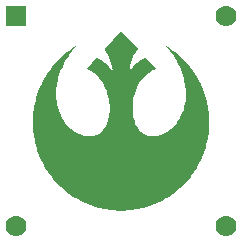
<source format=gbr>
G04 #@! TF.FileFunction,Soldermask,Top*
%FSLAX46Y46*%
G04 Gerber Fmt 4.6, Leading zero omitted, Abs format (unit mm)*
G04 Created by KiCad (PCBNEW 4.0.7-e2-6376~61~ubuntu18.04.1) date Fri Aug 17 14:47:14 2018*
%MOMM*%
%LPD*%
G01*
G04 APERTURE LIST*
%ADD10C,0.100000*%
%ADD11R,1.778000X1.778000*%
%ADD12C,1.778000*%
G04 APERTURE END LIST*
D10*
G36*
X148486085Y-97373602D02*
X147097667Y-98914821D01*
X147248788Y-99151898D01*
X147378340Y-99394846D01*
X147487334Y-99639065D01*
X147576784Y-99879950D01*
X147647701Y-100112903D01*
X147701097Y-100333319D01*
X147737984Y-100536599D01*
X147759374Y-100718140D01*
X147766279Y-100873341D01*
X147609432Y-100623067D01*
X147449326Y-100414263D01*
X147286519Y-100239785D01*
X147121571Y-100092491D01*
X146955040Y-99965239D01*
X146787487Y-99850884D01*
X146619470Y-99742285D01*
X146451548Y-99632298D01*
X145557222Y-100625135D01*
X145766898Y-100709964D01*
X145966451Y-100814739D01*
X146155545Y-100938277D01*
X146333848Y-101079396D01*
X146501026Y-101236915D01*
X146656746Y-101409651D01*
X146800675Y-101596421D01*
X146932478Y-101796044D01*
X147051824Y-102007337D01*
X147158377Y-102229118D01*
X147251805Y-102460205D01*
X147331774Y-102699416D01*
X147397951Y-102945569D01*
X147450002Y-103197480D01*
X147487595Y-103453969D01*
X147510395Y-103713853D01*
X147518069Y-103975949D01*
X147514863Y-104121868D01*
X147504059Y-104286985D01*
X147483874Y-104467227D01*
X147452526Y-104658523D01*
X147408235Y-104856799D01*
X147349219Y-105057984D01*
X147273696Y-105258005D01*
X147179885Y-105452791D01*
X147066004Y-105638269D01*
X146930271Y-105810367D01*
X146770905Y-105965013D01*
X146586124Y-106098134D01*
X146374147Y-106205659D01*
X146133192Y-106283515D01*
X145861477Y-106327630D01*
X145557222Y-106333932D01*
X145557222Y-106326947D01*
X145358546Y-106292557D01*
X145162023Y-106237291D01*
X144968532Y-106162183D01*
X144778949Y-106068269D01*
X144594151Y-105956586D01*
X144415016Y-105828168D01*
X144242421Y-105684052D01*
X144077243Y-105525274D01*
X143920358Y-105352869D01*
X143772645Y-105167873D01*
X143634981Y-104971321D01*
X143508242Y-104764251D01*
X143393306Y-104547696D01*
X143291051Y-104322694D01*
X143202352Y-104090279D01*
X143128088Y-103851488D01*
X143069136Y-103607357D01*
X143026372Y-103358920D01*
X143000675Y-103107215D01*
X142990317Y-102855362D01*
X142992688Y-102604413D01*
X143007486Y-102354563D01*
X143034410Y-102106005D01*
X143073159Y-101858933D01*
X143123430Y-101613540D01*
X143184924Y-101370019D01*
X143257339Y-101128564D01*
X143340373Y-100889370D01*
X143433725Y-100652628D01*
X143537094Y-100418533D01*
X143650178Y-100187279D01*
X143772677Y-99959058D01*
X143904288Y-99734064D01*
X144044711Y-99512492D01*
X144193644Y-99294533D01*
X144350786Y-99080383D01*
X144515836Y-98870233D01*
X144688492Y-98664279D01*
X144684614Y-98664279D01*
X144475582Y-98793349D01*
X144271158Y-98929060D01*
X144071492Y-99071265D01*
X143876731Y-99219818D01*
X143687024Y-99374571D01*
X143502521Y-99535379D01*
X143323369Y-99702095D01*
X143149717Y-99874572D01*
X142981714Y-100052663D01*
X142819508Y-100236223D01*
X142663249Y-100425103D01*
X142513083Y-100619158D01*
X142369161Y-100818242D01*
X142231631Y-101022207D01*
X142100641Y-101230907D01*
X141976340Y-101444195D01*
X141858876Y-101661925D01*
X141748398Y-101883949D01*
X141645055Y-102110123D01*
X141548996Y-102340298D01*
X141460368Y-102574328D01*
X141379320Y-102812068D01*
X141306002Y-103053369D01*
X141240561Y-103298085D01*
X141183147Y-103546071D01*
X141133907Y-103797178D01*
X141092991Y-104051262D01*
X141060547Y-104308174D01*
X141036723Y-104567769D01*
X141025089Y-104753923D01*
X141025089Y-104757801D01*
X141017333Y-104947834D01*
X141015019Y-105142523D01*
X141019015Y-105389012D01*
X141030921Y-105633513D01*
X141050612Y-105875903D01*
X141077967Y-106116058D01*
X141112861Y-106353854D01*
X141155171Y-106589169D01*
X141204773Y-106821879D01*
X141261545Y-107051861D01*
X141325363Y-107278991D01*
X141396104Y-107503146D01*
X141473644Y-107724202D01*
X141557860Y-107942037D01*
X141648628Y-108156527D01*
X141745826Y-108367548D01*
X141849330Y-108574977D01*
X141959016Y-108778691D01*
X142074761Y-108978566D01*
X142196441Y-109174480D01*
X142323935Y-109366308D01*
X142457117Y-109553927D01*
X142595865Y-109737215D01*
X142740055Y-109916047D01*
X142889564Y-110090300D01*
X143044268Y-110259851D01*
X143204045Y-110424577D01*
X143368771Y-110584354D01*
X143538322Y-110739058D01*
X143712575Y-110888567D01*
X143891407Y-111032757D01*
X144074695Y-111171505D01*
X144262314Y-111304687D01*
X144454142Y-111432180D01*
X144650056Y-111553861D01*
X144849931Y-111669606D01*
X145053645Y-111779292D01*
X145261074Y-111882795D01*
X145472095Y-111979993D01*
X145686585Y-112070761D01*
X145904420Y-112154977D01*
X146125476Y-112232517D01*
X146349631Y-112303258D01*
X146576761Y-112367076D01*
X146806743Y-112423848D01*
X147039452Y-112473451D01*
X147274767Y-112515761D01*
X147512564Y-112550654D01*
X147752719Y-112578009D01*
X147995108Y-112597700D01*
X148239609Y-112609606D01*
X148486098Y-112613602D01*
X148732588Y-112609606D01*
X148977089Y-112597700D01*
X149219479Y-112578009D01*
X149459634Y-112550654D01*
X149697430Y-112515761D01*
X149932745Y-112473451D01*
X150165455Y-112423848D01*
X150395437Y-112367076D01*
X150622567Y-112303258D01*
X150846722Y-112232517D01*
X151067778Y-112154977D01*
X151285613Y-112070761D01*
X151500103Y-111979993D01*
X151711124Y-111882795D01*
X151918553Y-111779292D01*
X152122267Y-111669606D01*
X152322143Y-111553861D01*
X152518056Y-111432180D01*
X152709884Y-111304687D01*
X152897504Y-111171505D01*
X153080791Y-111032757D01*
X153259624Y-110888567D01*
X153433877Y-110739058D01*
X153603428Y-110584354D01*
X153768154Y-110424577D01*
X153927931Y-110259851D01*
X154082635Y-110090300D01*
X154232144Y-109916047D01*
X154376335Y-109737215D01*
X154515082Y-109553927D01*
X154648265Y-109366308D01*
X154775758Y-109174480D01*
X154897439Y-108978566D01*
X155013184Y-108778691D01*
X155122870Y-108574977D01*
X155226373Y-108367548D01*
X155323571Y-108156527D01*
X155414339Y-107942037D01*
X155498555Y-107724202D01*
X155576095Y-107503146D01*
X155646836Y-107278991D01*
X155710654Y-107051861D01*
X155767426Y-106821879D01*
X155817029Y-106589169D01*
X155859339Y-106353854D01*
X155894232Y-106116058D01*
X155921587Y-105875903D01*
X155941278Y-105633513D01*
X155953184Y-105389012D01*
X155957180Y-105142523D01*
X155954757Y-104949737D01*
X155947507Y-104758102D01*
X155935454Y-104567766D01*
X155911630Y-104308172D01*
X155879187Y-104051259D01*
X155838271Y-103797176D01*
X155789031Y-103546069D01*
X155731617Y-103298083D01*
X155666177Y-103053367D01*
X155592859Y-102812065D01*
X155511812Y-102574326D01*
X155423184Y-102340296D01*
X155327125Y-102110121D01*
X155223782Y-101883947D01*
X155113304Y-101661922D01*
X154995841Y-101444193D01*
X154871540Y-101230905D01*
X154740550Y-101022205D01*
X154603019Y-100818240D01*
X154459097Y-100619157D01*
X154308932Y-100425101D01*
X154152672Y-100236221D01*
X153990467Y-100052662D01*
X153822464Y-99874570D01*
X153648812Y-99702094D01*
X153469660Y-99535378D01*
X153285157Y-99374570D01*
X153095450Y-99219817D01*
X152900690Y-99071265D01*
X152701023Y-98929060D01*
X152496599Y-98793349D01*
X152287567Y-98664279D01*
X152283666Y-98664279D01*
X152456323Y-98870233D01*
X152621373Y-99080382D01*
X152778515Y-99294532D01*
X152927448Y-99512491D01*
X153067871Y-99734063D01*
X153199483Y-99959057D01*
X153321981Y-100187278D01*
X153435066Y-100418532D01*
X153538435Y-100652627D01*
X153631787Y-100889369D01*
X153714821Y-101128564D01*
X153787236Y-101370018D01*
X153848730Y-101613539D01*
X153899002Y-101858932D01*
X153937751Y-102106005D01*
X153964675Y-102354563D01*
X153979474Y-102604413D01*
X153981845Y-102855362D01*
X153971488Y-103107215D01*
X153945790Y-103358920D01*
X153903025Y-103607357D01*
X153844072Y-103851488D01*
X153769808Y-104090279D01*
X153681109Y-104322694D01*
X153578853Y-104547696D01*
X153463917Y-104764251D01*
X153337178Y-104971321D01*
X153199514Y-105167873D01*
X153051801Y-105352869D01*
X152894917Y-105525274D01*
X152729739Y-105684052D01*
X152557143Y-105828168D01*
X152378009Y-105956586D01*
X152193211Y-106068269D01*
X152003628Y-106162183D01*
X151810137Y-106237291D01*
X151613615Y-106292557D01*
X151414939Y-106326947D01*
X151414939Y-106333932D01*
X151110683Y-106327630D01*
X150838968Y-106283515D01*
X150598013Y-106205659D01*
X150386036Y-106098134D01*
X150201255Y-105965012D01*
X150041888Y-105810367D01*
X149906155Y-105638268D01*
X149792274Y-105452790D01*
X149698462Y-105258004D01*
X149622939Y-105057983D01*
X149563923Y-104856798D01*
X149519632Y-104658522D01*
X149488285Y-104467227D01*
X149468100Y-104286985D01*
X149457295Y-104121868D01*
X149454090Y-103975949D01*
X149461764Y-103713852D01*
X149484564Y-103453968D01*
X149522156Y-103197479D01*
X149574208Y-102945568D01*
X149640385Y-102699415D01*
X149720355Y-102460204D01*
X149813783Y-102229117D01*
X149920337Y-102007336D01*
X150039682Y-101796043D01*
X150171486Y-101596420D01*
X150315415Y-101409649D01*
X150471135Y-101236914D01*
X150638313Y-101079395D01*
X150816616Y-100938275D01*
X151005711Y-100814737D01*
X151205263Y-100709962D01*
X151414939Y-100625133D01*
X150520610Y-99632298D01*
X150352688Y-99742285D01*
X150184671Y-99850884D01*
X150017118Y-99965239D01*
X149850588Y-100092491D01*
X149685640Y-100239785D01*
X149522833Y-100414262D01*
X149362727Y-100623066D01*
X149205880Y-100873339D01*
X149212785Y-100718139D01*
X149234175Y-100536598D01*
X149271062Y-100333319D01*
X149324458Y-100112902D01*
X149395375Y-99879950D01*
X149484825Y-99639064D01*
X149593820Y-99394846D01*
X149723371Y-99151898D01*
X149874491Y-98914821D01*
X148486085Y-97373602D01*
X148486085Y-97373602D01*
G37*
D11*
X139611100Y-96113600D03*
D12*
X157391100Y-96113600D03*
X139611100Y-113893600D03*
X157391100Y-113893600D03*
M02*

</source>
